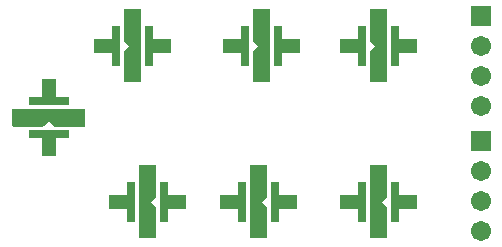
<source format=gts>
G04*
G04 #@! TF.GenerationSoftware,Altium Limited,Altium Designer,21.3.2 (30)*
G04*
G04 Layer_Color=8388736*
%FSLAX25Y25*%
%MOIN*%
G70*
G04*
G04 #@! TF.SameCoordinates,6AFA8AC4-1F2B-44AF-8278-4DB4029EB304*
G04*
G04*
G04 #@! TF.FilePolarity,Negative*
G04*
G01*
G75*
%ADD12R,0.06706X0.04737*%
%ADD13R,0.02769X0.13792*%
%ADD14R,0.04737X0.06706*%
%ADD15R,0.13792X0.02769*%
%ADD16C,0.04737*%
%ADD17R,0.06706X0.06706*%
%ADD18C,0.06706*%
G36*
X294611Y142208D02*
X294663Y142198D01*
X294712Y142181D01*
X294759Y142158D01*
X294803Y142129D01*
X294843Y142095D01*
X294877Y142055D01*
X294906Y142011D01*
X294929Y141964D01*
X294946Y141915D01*
X294956Y141863D01*
X294960Y141811D01*
Y131968D01*
X294956Y131916D01*
X294946Y131865D01*
X294929Y131815D01*
X294906Y131768D01*
X294877Y131725D01*
X294843Y131685D01*
X293158Y130000D01*
X294843Y128315D01*
X294877Y128276D01*
X294906Y128232D01*
X294929Y128185D01*
X294946Y128135D01*
X294956Y128084D01*
X294960Y128032D01*
Y118189D01*
X294956Y118137D01*
X294946Y118085D01*
X294929Y118036D01*
X294906Y117989D01*
X294877Y117945D01*
X294843Y117905D01*
X294803Y117871D01*
X294759Y117842D01*
X294712Y117819D01*
X294663Y117802D01*
X294611Y117792D01*
X294559Y117788D01*
X289441D01*
X289389Y117792D01*
X289337Y117802D01*
X289287Y117819D01*
X289241Y117842D01*
X289197Y117871D01*
X289158Y117905D01*
X289123Y117945D01*
X289094Y117989D01*
X289071Y118036D01*
X289054Y118085D01*
X289043Y118137D01*
X289040Y118189D01*
Y141811D01*
X289043Y141863D01*
X289054Y141915D01*
X289071Y141964D01*
X289094Y142011D01*
X289123Y142055D01*
X289158Y142095D01*
X289197Y142129D01*
X289241Y142158D01*
X289287Y142181D01*
X289337Y142198D01*
X289389Y142208D01*
X289441Y142212D01*
X294559D01*
X294611Y142208D01*
D02*
G37*
G36*
X270863Y160957D02*
X270915Y160946D01*
X270964Y160929D01*
X271011Y160906D01*
X271055Y160877D01*
X271094Y160843D01*
X271129Y160803D01*
X271158Y160759D01*
X271181Y160713D01*
X271198Y160663D01*
X271208Y160611D01*
X271212Y160559D01*
Y155441D01*
X271208Y155389D01*
X271198Y155337D01*
X271181Y155288D01*
X271158Y155240D01*
X271129Y155197D01*
X271094Y155157D01*
X271055Y155123D01*
X271011Y155094D01*
X270964Y155071D01*
X270915Y155054D01*
X270863Y155043D01*
X270811Y155040D01*
X260968D01*
X260916Y155043D01*
X260865Y155054D01*
X260815Y155071D01*
X260768Y155094D01*
X260724Y155123D01*
X260685Y155157D01*
X259000Y156843D01*
X257315Y155157D01*
X257276Y155123D01*
X257232Y155094D01*
X257185Y155071D01*
X257135Y155054D01*
X257084Y155043D01*
X257031Y155040D01*
X247189D01*
X247137Y155043D01*
X247085Y155054D01*
X247036Y155071D01*
X246989Y155094D01*
X246945Y155123D01*
X246905Y155157D01*
X246871Y155197D01*
X246842Y155240D01*
X246819Y155288D01*
X246802Y155337D01*
X246792Y155389D01*
X246788Y155441D01*
Y160559D01*
X246792Y160611D01*
X246802Y160663D01*
X246819Y160713D01*
X246842Y160759D01*
X246871Y160803D01*
X246905Y160843D01*
X246945Y160877D01*
X246989Y160906D01*
X247036Y160929D01*
X247085Y160946D01*
X247137Y160957D01*
X247189Y160960D01*
X270811D01*
X270863Y160957D01*
D02*
G37*
G36*
X289611Y194208D02*
X289663Y194198D01*
X289713Y194181D01*
X289759Y194158D01*
X289803Y194129D01*
X289843Y194095D01*
X289877Y194055D01*
X289906Y194011D01*
X289929Y193964D01*
X289946Y193915D01*
X289956Y193863D01*
X289960Y193811D01*
Y170189D01*
X289956Y170137D01*
X289946Y170085D01*
X289929Y170036D01*
X289906Y169989D01*
X289877Y169945D01*
X289843Y169905D01*
X289803Y169871D01*
X289759Y169842D01*
X289713Y169819D01*
X289663Y169802D01*
X289611Y169792D01*
X289559Y169788D01*
X284441D01*
X284389Y169792D01*
X284337Y169802D01*
X284288Y169819D01*
X284241Y169842D01*
X284197Y169871D01*
X284157Y169905D01*
X284123Y169945D01*
X284094Y169989D01*
X284071Y170036D01*
X284054Y170085D01*
X284044Y170137D01*
X284040Y170189D01*
Y180032D01*
X284044Y180084D01*
X284054Y180135D01*
X284071Y180185D01*
X284094Y180232D01*
X284123Y180275D01*
X284157Y180315D01*
X285842Y182000D01*
X284157Y183685D01*
X284123Y183724D01*
X284094Y183768D01*
X284071Y183815D01*
X284054Y183865D01*
X284044Y183916D01*
X284040Y183968D01*
Y193811D01*
X284044Y193863D01*
X284054Y193915D01*
X284071Y193964D01*
X284094Y194011D01*
X284123Y194055D01*
X284157Y194095D01*
X284197Y194129D01*
X284241Y194158D01*
X284288Y194181D01*
X284337Y194198D01*
X284389Y194208D01*
X284441Y194212D01*
X289559D01*
X289611Y194208D01*
D02*
G37*
G36*
X331611Y142208D02*
X331663Y142198D01*
X331713Y142181D01*
X331760Y142158D01*
X331803Y142129D01*
X331842Y142095D01*
X331877Y142055D01*
X331906Y142011D01*
X331929Y141964D01*
X331946Y141915D01*
X331957Y141863D01*
X331960Y141811D01*
Y131968D01*
X331957Y131916D01*
X331946Y131865D01*
X331929Y131815D01*
X331906Y131768D01*
X331877Y131725D01*
X331842Y131685D01*
X330157Y130000D01*
X331842Y128315D01*
X331877Y128276D01*
X331906Y128232D01*
X331929Y128185D01*
X331946Y128135D01*
X331957Y128084D01*
X331960Y128032D01*
Y118189D01*
X331957Y118137D01*
X331946Y118085D01*
X331929Y118036D01*
X331906Y117989D01*
X331877Y117945D01*
X331842Y117905D01*
X331803Y117871D01*
X331760Y117842D01*
X331713Y117819D01*
X331663Y117802D01*
X331611Y117792D01*
X331559Y117788D01*
X326441D01*
X326389Y117792D01*
X326337Y117802D01*
X326288Y117819D01*
X326240Y117842D01*
X326197Y117871D01*
X326157Y117905D01*
X326123Y117945D01*
X326094Y117989D01*
X326071Y118036D01*
X326054Y118085D01*
X326044Y118137D01*
X326040Y118189D01*
Y141811D01*
X326044Y141863D01*
X326054Y141915D01*
X326071Y141964D01*
X326094Y142011D01*
X326123Y142055D01*
X326157Y142095D01*
X326197Y142129D01*
X326240Y142158D01*
X326288Y142181D01*
X326337Y142198D01*
X326389Y142208D01*
X326441Y142212D01*
X331559D01*
X331611Y142208D01*
D02*
G37*
G36*
X371611D02*
X371663Y142198D01*
X371712Y142181D01*
X371760Y142158D01*
X371803Y142129D01*
X371843Y142095D01*
X371877Y142055D01*
X371906Y142011D01*
X371929Y141964D01*
X371946Y141915D01*
X371956Y141863D01*
X371960Y141811D01*
Y131968D01*
X371956Y131916D01*
X371946Y131865D01*
X371929Y131815D01*
X371906Y131768D01*
X371877Y131725D01*
X371843Y131685D01*
X370158Y130000D01*
X371843Y128315D01*
X371877Y128276D01*
X371906Y128232D01*
X371929Y128185D01*
X371946Y128135D01*
X371956Y128084D01*
X371960Y128032D01*
Y118189D01*
X371956Y118137D01*
X371946Y118085D01*
X371929Y118036D01*
X371906Y117989D01*
X371877Y117945D01*
X371843Y117905D01*
X371803Y117871D01*
X371760Y117842D01*
X371712Y117819D01*
X371663Y117802D01*
X371611Y117792D01*
X371559Y117788D01*
X366441D01*
X366389Y117792D01*
X366337Y117802D01*
X366287Y117819D01*
X366241Y117842D01*
X366197Y117871D01*
X366158Y117905D01*
X366123Y117945D01*
X366094Y117989D01*
X366071Y118036D01*
X366054Y118085D01*
X366043Y118137D01*
X366040Y118189D01*
Y141811D01*
X366043Y141863D01*
X366054Y141915D01*
X366071Y141964D01*
X366094Y142011D01*
X366123Y142055D01*
X366158Y142095D01*
X366197Y142129D01*
X366241Y142158D01*
X366287Y142181D01*
X366337Y142198D01*
X366389Y142208D01*
X366441Y142212D01*
X371559D01*
X371611Y142208D01*
D02*
G37*
G36*
X332611Y194208D02*
X332663Y194198D01*
X332713Y194181D01*
X332759Y194158D01*
X332803Y194129D01*
X332842Y194095D01*
X332877Y194055D01*
X332906Y194011D01*
X332929Y193964D01*
X332946Y193915D01*
X332957Y193863D01*
X332960Y193811D01*
Y170189D01*
X332957Y170137D01*
X332946Y170085D01*
X332929Y170036D01*
X332906Y169989D01*
X332877Y169945D01*
X332842Y169905D01*
X332803Y169871D01*
X332759Y169842D01*
X332713Y169819D01*
X332663Y169802D01*
X332611Y169792D01*
X332559Y169788D01*
X327441D01*
X327389Y169792D01*
X327337Y169802D01*
X327288Y169819D01*
X327240Y169842D01*
X327197Y169871D01*
X327157Y169905D01*
X327123Y169945D01*
X327094Y169989D01*
X327071Y170036D01*
X327054Y170085D01*
X327044Y170137D01*
X327040Y170189D01*
Y180032D01*
X327044Y180084D01*
X327054Y180135D01*
X327071Y180185D01*
X327094Y180232D01*
X327123Y180275D01*
X327157Y180315D01*
X328842Y182000D01*
X327157Y183685D01*
X327123Y183724D01*
X327094Y183768D01*
X327071Y183815D01*
X327054Y183865D01*
X327044Y183916D01*
X327040Y183968D01*
Y193811D01*
X327044Y193863D01*
X327054Y193915D01*
X327071Y193964D01*
X327094Y194011D01*
X327123Y194055D01*
X327157Y194095D01*
X327197Y194129D01*
X327240Y194158D01*
X327288Y194181D01*
X327337Y194198D01*
X327389Y194208D01*
X327441Y194212D01*
X332559D01*
X332611Y194208D01*
D02*
G37*
G36*
X371611D02*
X371663Y194198D01*
X371712Y194181D01*
X371760Y194158D01*
X371803Y194129D01*
X371843Y194095D01*
X371877Y194055D01*
X371906Y194011D01*
X371929Y193964D01*
X371946Y193915D01*
X371956Y193863D01*
X371960Y193811D01*
Y170189D01*
X371956Y170137D01*
X371946Y170085D01*
X371929Y170036D01*
X371906Y169989D01*
X371877Y169945D01*
X371843Y169905D01*
X371803Y169871D01*
X371760Y169842D01*
X371712Y169819D01*
X371663Y169802D01*
X371611Y169792D01*
X371559Y169788D01*
X366441D01*
X366389Y169792D01*
X366337Y169802D01*
X366287Y169819D01*
X366241Y169842D01*
X366197Y169871D01*
X366158Y169905D01*
X366123Y169945D01*
X366094Y169989D01*
X366071Y170036D01*
X366054Y170085D01*
X366043Y170137D01*
X366040Y170189D01*
Y180032D01*
X366043Y180084D01*
X366054Y180135D01*
X366071Y180185D01*
X366094Y180232D01*
X366123Y180275D01*
X366158Y180315D01*
X367843Y182000D01*
X366158Y183685D01*
X366123Y183724D01*
X366094Y183768D01*
X366071Y183815D01*
X366054Y183865D01*
X366043Y183916D01*
X366040Y183968D01*
Y193811D01*
X366043Y193863D01*
X366054Y193915D01*
X366071Y193964D01*
X366094Y194011D01*
X366123Y194055D01*
X366158Y194095D01*
X366197Y194129D01*
X366241Y194158D01*
X366287Y194181D01*
X366337Y194198D01*
X366389Y194208D01*
X366441Y194212D01*
X371559D01*
X371611Y194208D01*
D02*
G37*
D12*
X378400Y130000D02*
D03*
X359600D02*
D03*
X338400D02*
D03*
X319600D02*
D03*
X301400D02*
D03*
X282600D02*
D03*
X359600Y182000D02*
D03*
X378400D02*
D03*
X320600D02*
D03*
X339400D02*
D03*
X277600D02*
D03*
X296400D02*
D03*
D13*
X363488Y130000D02*
D03*
X374512D02*
D03*
X323488D02*
D03*
X334512D02*
D03*
X286488D02*
D03*
X297512D02*
D03*
X374512Y182000D02*
D03*
X363488D02*
D03*
X335512D02*
D03*
X324488D02*
D03*
X292512D02*
D03*
X281488D02*
D03*
D14*
X259000Y148600D02*
D03*
Y167400D02*
D03*
D15*
Y163512D02*
D03*
Y152488D02*
D03*
D16*
X369000Y134000D02*
D03*
Y126000D02*
D03*
X329000Y134000D02*
D03*
Y126000D02*
D03*
X292000Y134000D02*
D03*
Y126000D02*
D03*
X369000Y178000D02*
D03*
Y186000D02*
D03*
X330000Y178000D02*
D03*
Y186000D02*
D03*
X287000Y178000D02*
D03*
Y186000D02*
D03*
X263000Y158000D02*
D03*
X255000D02*
D03*
D17*
X403000Y150212D02*
D03*
Y192000D02*
D03*
D18*
Y140212D02*
D03*
Y130212D02*
D03*
Y120212D02*
D03*
Y162000D02*
D03*
Y172000D02*
D03*
Y182000D02*
D03*
M02*

</source>
